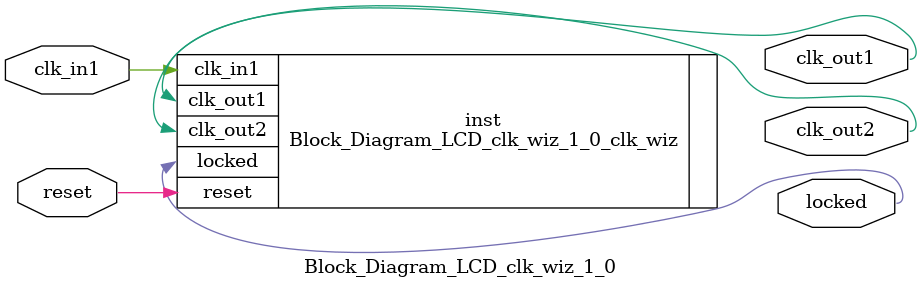
<source format=v>


`timescale 1ps/1ps

(* CORE_GENERATION_INFO = "Block_Diagram_LCD_clk_wiz_1_0,clk_wiz_v6_0_15_0_0,{component_name=Block_Diagram_LCD_clk_wiz_1_0,use_phase_alignment=true,use_min_o_jitter=false,use_max_i_jitter=false,use_dyn_phase_shift=false,use_inclk_switchover=false,use_dyn_reconfig=false,enable_axi=0,feedback_source=FDBK_AUTO,PRIMITIVE=MMCM,num_out_clk=2,clkin1_period=10.000,clkin2_period=10.000,use_power_down=false,use_reset=true,use_locked=true,use_inclk_stopped=false,feedback_type=SINGLE,CLOCK_MGR_TYPE=NA,manual_override=false}" *)

module Block_Diagram_LCD_clk_wiz_1_0 
 (
  // Clock out ports
  output        clk_out1,
  output        clk_out2,
  // Status and control signals
  input         reset,
  output        locked,
 // Clock in ports
  input         clk_in1
 );

  Block_Diagram_LCD_clk_wiz_1_0_clk_wiz inst
  (
  // Clock out ports  
  .clk_out1(clk_out1),
  .clk_out2(clk_out2),
  // Status and control signals               
  .reset(reset), 
  .locked(locked),
 // Clock in ports
  .clk_in1(clk_in1)
  );

endmodule

</source>
